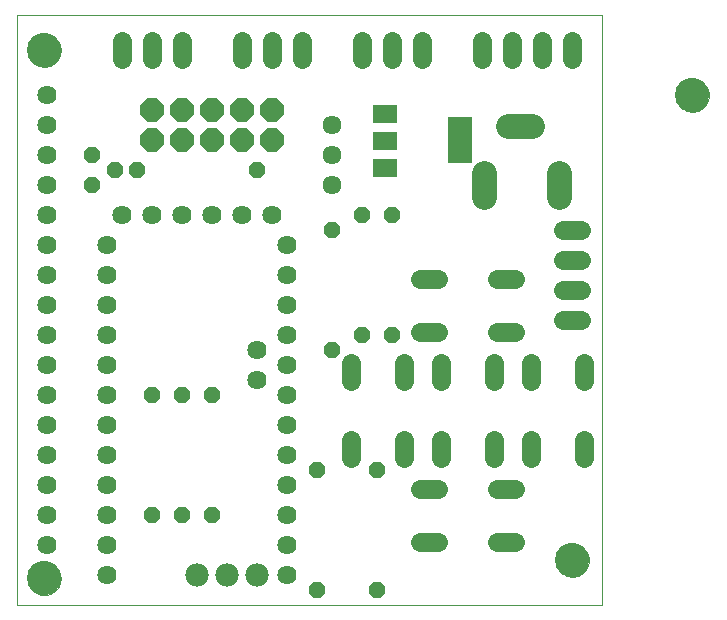
<source format=gts>
G75*
G70*
%OFA0B0*%
%FSLAX24Y24*%
%IPPOS*%
%LPD*%
%AMOC8*
5,1,8,0,0,1.08239X$1,22.5*
%
%ADD10C,0.0000*%
%ADD11C,0.1142*%
%ADD12C,0.0640*%
%ADD13OC8,0.0560*%
%ADD14C,0.0634*%
%ADD15C,0.0634*%
%ADD16C,0.0640*%
%ADD17C,0.0780*%
%ADD18OC8,0.0780*%
%ADD19C,0.0827*%
%ADD20R,0.0830X0.0630*%
%ADD21R,0.0830X0.1540*%
D10*
X000100Y000377D02*
X000100Y020062D01*
X019592Y020062D01*
X019592Y000377D01*
X000100Y000377D01*
X000443Y001271D02*
X000445Y001318D01*
X000451Y001364D01*
X000461Y001410D01*
X000474Y001455D01*
X000492Y001498D01*
X000513Y001540D01*
X000537Y001580D01*
X000565Y001617D01*
X000596Y001652D01*
X000630Y001685D01*
X000666Y001714D01*
X000705Y001740D01*
X000746Y001763D01*
X000789Y001782D01*
X000833Y001798D01*
X000878Y001810D01*
X000924Y001818D01*
X000971Y001822D01*
X001017Y001822D01*
X001064Y001818D01*
X001110Y001810D01*
X001155Y001798D01*
X001199Y001782D01*
X001242Y001763D01*
X001283Y001740D01*
X001322Y001714D01*
X001358Y001685D01*
X001392Y001652D01*
X001423Y001617D01*
X001451Y001580D01*
X001475Y001540D01*
X001496Y001498D01*
X001514Y001455D01*
X001527Y001410D01*
X001537Y001364D01*
X001543Y001318D01*
X001545Y001271D01*
X001543Y001224D01*
X001537Y001178D01*
X001527Y001132D01*
X001514Y001087D01*
X001496Y001044D01*
X001475Y001002D01*
X001451Y000962D01*
X001423Y000925D01*
X001392Y000890D01*
X001358Y000857D01*
X001322Y000828D01*
X001283Y000802D01*
X001242Y000779D01*
X001199Y000760D01*
X001155Y000744D01*
X001110Y000732D01*
X001064Y000724D01*
X001017Y000720D01*
X000971Y000720D01*
X000924Y000724D01*
X000878Y000732D01*
X000833Y000744D01*
X000789Y000760D01*
X000746Y000779D01*
X000705Y000802D01*
X000666Y000828D01*
X000630Y000857D01*
X000596Y000890D01*
X000565Y000925D01*
X000537Y000962D01*
X000513Y001002D01*
X000492Y001044D01*
X000474Y001087D01*
X000461Y001132D01*
X000451Y001178D01*
X000445Y001224D01*
X000443Y001271D01*
X018049Y001877D02*
X018051Y001924D01*
X018057Y001970D01*
X018067Y002016D01*
X018080Y002061D01*
X018098Y002104D01*
X018119Y002146D01*
X018143Y002186D01*
X018171Y002223D01*
X018202Y002258D01*
X018236Y002291D01*
X018272Y002320D01*
X018311Y002346D01*
X018352Y002369D01*
X018395Y002388D01*
X018439Y002404D01*
X018484Y002416D01*
X018530Y002424D01*
X018577Y002428D01*
X018623Y002428D01*
X018670Y002424D01*
X018716Y002416D01*
X018761Y002404D01*
X018805Y002388D01*
X018848Y002369D01*
X018889Y002346D01*
X018928Y002320D01*
X018964Y002291D01*
X018998Y002258D01*
X019029Y002223D01*
X019057Y002186D01*
X019081Y002146D01*
X019102Y002104D01*
X019120Y002061D01*
X019133Y002016D01*
X019143Y001970D01*
X019149Y001924D01*
X019151Y001877D01*
X019149Y001830D01*
X019143Y001784D01*
X019133Y001738D01*
X019120Y001693D01*
X019102Y001650D01*
X019081Y001608D01*
X019057Y001568D01*
X019029Y001531D01*
X018998Y001496D01*
X018964Y001463D01*
X018928Y001434D01*
X018889Y001408D01*
X018848Y001385D01*
X018805Y001366D01*
X018761Y001350D01*
X018716Y001338D01*
X018670Y001330D01*
X018623Y001326D01*
X018577Y001326D01*
X018530Y001330D01*
X018484Y001338D01*
X018439Y001350D01*
X018395Y001366D01*
X018352Y001385D01*
X018311Y001408D01*
X018272Y001434D01*
X018236Y001463D01*
X018202Y001496D01*
X018171Y001531D01*
X018143Y001568D01*
X018119Y001608D01*
X018098Y001650D01*
X018080Y001693D01*
X018067Y001738D01*
X018057Y001784D01*
X018051Y001830D01*
X018049Y001877D01*
X022049Y017377D02*
X022051Y017424D01*
X022057Y017470D01*
X022067Y017516D01*
X022080Y017561D01*
X022098Y017604D01*
X022119Y017646D01*
X022143Y017686D01*
X022171Y017723D01*
X022202Y017758D01*
X022236Y017791D01*
X022272Y017820D01*
X022311Y017846D01*
X022352Y017869D01*
X022395Y017888D01*
X022439Y017904D01*
X022484Y017916D01*
X022530Y017924D01*
X022577Y017928D01*
X022623Y017928D01*
X022670Y017924D01*
X022716Y017916D01*
X022761Y017904D01*
X022805Y017888D01*
X022848Y017869D01*
X022889Y017846D01*
X022928Y017820D01*
X022964Y017791D01*
X022998Y017758D01*
X023029Y017723D01*
X023057Y017686D01*
X023081Y017646D01*
X023102Y017604D01*
X023120Y017561D01*
X023133Y017516D01*
X023143Y017470D01*
X023149Y017424D01*
X023151Y017377D01*
X023149Y017330D01*
X023143Y017284D01*
X023133Y017238D01*
X023120Y017193D01*
X023102Y017150D01*
X023081Y017108D01*
X023057Y017068D01*
X023029Y017031D01*
X022998Y016996D01*
X022964Y016963D01*
X022928Y016934D01*
X022889Y016908D01*
X022848Y016885D01*
X022805Y016866D01*
X022761Y016850D01*
X022716Y016838D01*
X022670Y016830D01*
X022623Y016826D01*
X022577Y016826D01*
X022530Y016830D01*
X022484Y016838D01*
X022439Y016850D01*
X022395Y016866D01*
X022352Y016885D01*
X022311Y016908D01*
X022272Y016934D01*
X022236Y016963D01*
X022202Y016996D01*
X022171Y017031D01*
X022143Y017068D01*
X022119Y017108D01*
X022098Y017150D01*
X022080Y017193D01*
X022067Y017238D01*
X022057Y017284D01*
X022051Y017330D01*
X022049Y017377D01*
X000443Y018877D02*
X000445Y018924D01*
X000451Y018970D01*
X000461Y019016D01*
X000474Y019061D01*
X000492Y019104D01*
X000513Y019146D01*
X000537Y019186D01*
X000565Y019223D01*
X000596Y019258D01*
X000630Y019291D01*
X000666Y019320D01*
X000705Y019346D01*
X000746Y019369D01*
X000789Y019388D01*
X000833Y019404D01*
X000878Y019416D01*
X000924Y019424D01*
X000971Y019428D01*
X001017Y019428D01*
X001064Y019424D01*
X001110Y019416D01*
X001155Y019404D01*
X001199Y019388D01*
X001242Y019369D01*
X001283Y019346D01*
X001322Y019320D01*
X001358Y019291D01*
X001392Y019258D01*
X001423Y019223D01*
X001451Y019186D01*
X001475Y019146D01*
X001496Y019104D01*
X001514Y019061D01*
X001527Y019016D01*
X001537Y018970D01*
X001543Y018924D01*
X001545Y018877D01*
X001543Y018830D01*
X001537Y018784D01*
X001527Y018738D01*
X001514Y018693D01*
X001496Y018650D01*
X001475Y018608D01*
X001451Y018568D01*
X001423Y018531D01*
X001392Y018496D01*
X001358Y018463D01*
X001322Y018434D01*
X001283Y018408D01*
X001242Y018385D01*
X001199Y018366D01*
X001155Y018350D01*
X001110Y018338D01*
X001064Y018330D01*
X001017Y018326D01*
X000971Y018326D01*
X000924Y018330D01*
X000878Y018338D01*
X000833Y018350D01*
X000789Y018366D01*
X000746Y018385D01*
X000705Y018408D01*
X000666Y018434D01*
X000630Y018463D01*
X000596Y018496D01*
X000565Y018531D01*
X000537Y018568D01*
X000513Y018608D01*
X000492Y018650D01*
X000474Y018693D01*
X000461Y018738D01*
X000451Y018784D01*
X000445Y018830D01*
X000443Y018877D01*
D11*
X000994Y018877D03*
X018600Y001877D03*
X022600Y017377D03*
X000994Y001271D03*
D12*
X001100Y002377D03*
X001100Y003377D03*
X001100Y004377D03*
X001100Y005377D03*
X001100Y006377D03*
X001100Y007377D03*
X001100Y008377D03*
X001100Y009377D03*
X001100Y010377D03*
X001100Y011377D03*
X001100Y012377D03*
X001100Y013377D03*
X001100Y014377D03*
X001100Y015377D03*
X001100Y016377D03*
X001100Y017377D03*
X003600Y013377D03*
X004600Y013377D03*
X005600Y013377D03*
X006600Y013377D03*
X007600Y013377D03*
X008600Y013377D03*
X009100Y012377D03*
X009100Y011377D03*
X009100Y010377D03*
X009100Y009377D03*
X009100Y008377D03*
X009100Y007377D03*
X009100Y006377D03*
X009100Y005377D03*
X009100Y004377D03*
X009100Y003377D03*
X009100Y002377D03*
X009100Y001377D03*
X003100Y001377D03*
X003100Y002377D03*
X003100Y003377D03*
X003100Y004377D03*
X003100Y005377D03*
X003100Y006377D03*
X003100Y007377D03*
X003100Y008377D03*
X003100Y009377D03*
X003100Y010377D03*
X003100Y011377D03*
X003100Y012377D03*
X008100Y008877D03*
X008100Y007877D03*
D13*
X006600Y007377D03*
X005600Y007377D03*
X004600Y007377D03*
X004600Y003377D03*
X005600Y003377D03*
X006600Y003377D03*
X010100Y004877D03*
X012100Y004877D03*
X012100Y000877D03*
X010100Y000877D03*
X010600Y008877D03*
X011600Y009377D03*
X012600Y009377D03*
X010600Y012877D03*
X011600Y013377D03*
X012600Y013377D03*
X008100Y014877D03*
X004100Y014877D03*
X003350Y014877D03*
X002600Y014377D03*
X002600Y015377D03*
D14*
X010600Y015377D03*
X010600Y016377D03*
X010600Y014377D03*
D15*
X009600Y018581D02*
X009600Y019174D01*
X008600Y019174D02*
X008600Y018581D01*
X007600Y018581D02*
X007600Y019174D01*
X005600Y019174D02*
X005600Y018581D01*
X004600Y018581D02*
X004600Y019174D01*
X003600Y019174D02*
X003600Y018581D01*
X011600Y018581D02*
X011600Y019174D01*
X012600Y019174D02*
X012600Y018581D01*
X013600Y018581D02*
X013600Y019174D01*
X015600Y019174D02*
X015600Y018581D01*
X016600Y018581D02*
X016600Y019174D01*
X017600Y019174D02*
X017600Y018581D01*
X018600Y018581D02*
X018600Y019174D01*
X018303Y012877D02*
X018897Y012877D01*
X018897Y011877D02*
X018303Y011877D01*
X018303Y010877D02*
X018897Y010877D01*
X018897Y009877D02*
X018303Y009877D01*
D16*
X018990Y008457D02*
X018990Y007857D01*
X017210Y007857D02*
X017210Y008457D01*
X016680Y009487D02*
X016080Y009487D01*
X015990Y008457D02*
X015990Y007857D01*
X014210Y007857D02*
X014210Y008457D01*
X014120Y009487D02*
X013520Y009487D01*
X012990Y008457D02*
X012990Y007857D01*
X011210Y007857D02*
X011210Y008457D01*
X011210Y005897D02*
X011210Y005297D01*
X012990Y005297D02*
X012990Y005897D01*
X014210Y005897D02*
X014210Y005297D01*
X014120Y004267D02*
X013520Y004267D01*
X013520Y002487D02*
X014120Y002487D01*
X016080Y002487D02*
X016680Y002487D01*
X016680Y004267D02*
X016080Y004267D01*
X015990Y005297D02*
X015990Y005897D01*
X017210Y005897D02*
X017210Y005297D01*
X018990Y005297D02*
X018990Y005897D01*
X016680Y011267D02*
X016080Y011267D01*
X014120Y011267D02*
X013520Y011267D01*
D17*
X008100Y001377D03*
X007100Y001377D03*
X006100Y001377D03*
D18*
X005600Y015877D03*
X006600Y015877D03*
X007600Y015877D03*
X008600Y015877D03*
X008600Y016877D03*
X007600Y016877D03*
X006600Y016877D03*
X005600Y016877D03*
X004600Y016877D03*
X004600Y015877D03*
D19*
X015667Y014787D02*
X015667Y013999D01*
X018147Y013999D02*
X018147Y014787D01*
X017242Y016362D02*
X016454Y016362D01*
D20*
X012360Y016767D03*
X012360Y015867D03*
X012360Y014967D03*
D21*
X014840Y015877D03*
M02*

</source>
